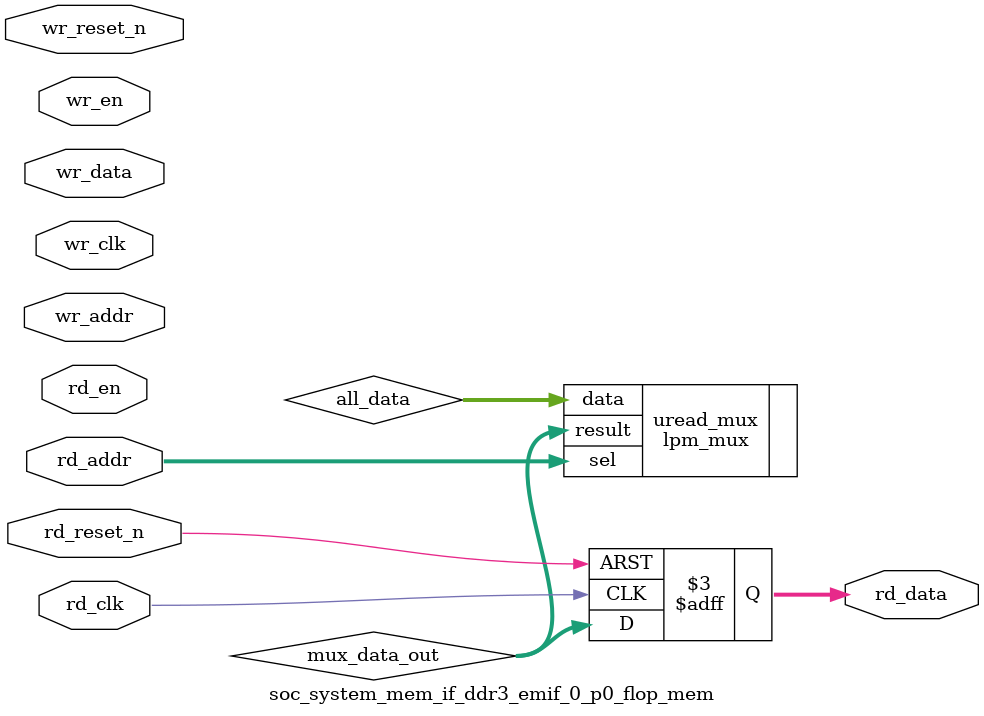
<source format=v>



`timescale 1 ps / 1 ps

(* altera_attribute = "-name ALLOW_SYNCH_CTRL_USAGE ON;-name AUTO_CLOCK_ENABLE_RECOGNITION ON" *)
module soc_system_mem_if_ddr3_emif_0_p0_flop_mem(
	wr_reset_n,
	wr_clk,
	wr_en,
	wr_addr,
	wr_data,
	rd_reset_n,
	rd_clk,
	rd_en,
	rd_addr,
	rd_data
);

parameter WRITE_MEM_DEPTH	= "";
parameter WRITE_ADDR_WIDTH	= "";
parameter WRITE_DATA_WIDTH	= "";
parameter READ_MEM_DEPTH	= "";
parameter READ_ADDR_WIDTH	= "";		 
parameter READ_DATA_WIDTH	= "";


input	wr_reset_n;
input	wr_clk;
input	wr_en;
input	[WRITE_ADDR_WIDTH-1:0] wr_addr;
input	[WRITE_DATA_WIDTH-1:0] wr_data;
input	rd_reset_n;
input	rd_clk;
input	rd_en;
input	[READ_ADDR_WIDTH-1:0] rd_addr;
output	[READ_DATA_WIDTH-1:0] rd_data;



wire	[WRITE_DATA_WIDTH*WRITE_MEM_DEPTH-1:0] all_data;
wire	[READ_DATA_WIDTH-1:0] mux_data_out;



// declare a memory with WRITE_MEM_DEPTH entries
// each entry contains a data size of WRITE_DATA_WIDTH
reg	[WRITE_DATA_WIDTH-1:0] data_stored [0:WRITE_MEM_DEPTH-1] /* synthesis syn_preserve = 1 */;
reg	[READ_DATA_WIDTH-1:0] rd_data;

generate
genvar entry;
	for (entry=0; entry < WRITE_MEM_DEPTH; entry=entry+1)
	begin: mem_location
		assign all_data[(WRITE_DATA_WIDTH*(entry+1)-1) : (WRITE_DATA_WIDTH*entry)] = data_stored[entry]; 
		
		always @(posedge wr_clk or negedge wr_reset_n)
		begin
			if (~wr_reset_n) begin
				data_stored[entry] <= {WRITE_DATA_WIDTH{1'b0}};
			end else begin
				if (wr_en) begin
					if (entry == wr_addr) begin
						data_stored[entry] <= wr_data;
					end
				end
			end
		end		
	end
endgenerate

// mux to select the correct output data based on read address
lpm_mux	uread_mux(
	.sel (rd_addr),
	.data (all_data),
	.result (mux_data_out)
	// synopsys translate_off
	,
	.aclr (),
	.clken (),
	.clock ()
	// synopsys translate_on
	);
 defparam uread_mux.lpm_size = READ_MEM_DEPTH;
 defparam uread_mux.lpm_type = "LPM_MUX";
 defparam uread_mux.lpm_width = READ_DATA_WIDTH;
 defparam uread_mux.lpm_widths = READ_ADDR_WIDTH;

always @(posedge rd_clk or negedge rd_reset_n)	
begin
	if (~rd_reset_n) begin
		rd_data <= {READ_DATA_WIDTH{1'b0}};
	end else begin
		rd_data <= mux_data_out;
	end
end

endmodule

</source>
